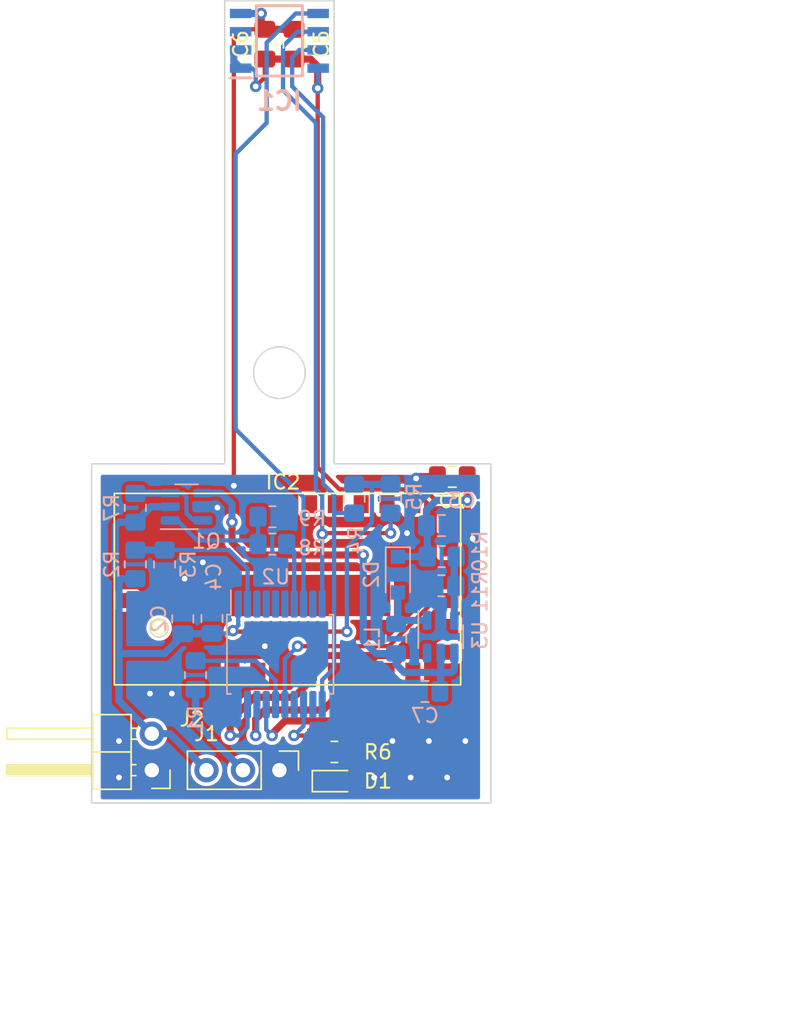
<source format=kicad_pcb>
(kicad_pcb (version 20211014) (generator pcbnew)
  (layers (0 "F.Cu" signal) (31 "B.Cu" signal) (34 "B.Paste" user) (35 "F.Paste" user) (36 "B.SilkS" user "B.Silkscreen") (37 "F.SilkS" user "F.Silkscreen") (38 "B.Mask" user) (39 "F.Mask" user) (44 "Edge.Cuts" user))
  (net 0 "")
  (net 1 "GND")
  (net 2 "VCC")
  (net 3 "Net-(IC1-Pad7)")
  (net 4 "Net-(IC1-Pad6)")
  (net 5 "Net-(J1-Pad2)")
  (net 6 "Net-(D1-Pad2)")
  (net 7 "Net-(R1-Pad1)")
  (net 8 "Net-(C7-Pad2)")
  (net 9 "Net-(C1-Pad1)")
  (net 11 "Net-(R8-Pad1)")
  (net 14 "Net-(Q1-Pad1)")
  (net 15 "Net-(Q1-Pad3)")
  (net 16 "Net-(D2-Pad2)")
  (net 17 "Net-(R2-Pad1)")
  (net 18 "Net-(R10-Pad1)")
  (net 19 "Net-(U2-Pad17)")
  (net 21 "Net-(U2-Pad18)")
  (net 27 "Net-(U2-Pad19)")
  (net 30 "Net-(IC1-Pad5)")
  (net 34 "Net-(U2-Pad15)")
  (net 41 "Net-(U2-Pad13)")
  (footprint "Connector_PinHeader_2.54mm:PinHeader_1x03_P2.54mm_Vertical" (layer "F.Cu") (at 126.746 89.662 -90)
    (fp_text reference "J1" (at -2.54 5.08 -180) (layer "F.SilkS"))
    (fp_text value "UDPI")
    (fp_line (start -1.33 6.41) (end 1.33 6.41) (layer "F.SilkS") (width 0.12))
    (fp_line (start -1.33 1.27) (end -1.33 6.41) (layer "F.SilkS") (width 0.12))
    (fp_line (start -1.33 -1.33) (end 0 -1.33) (layer "F.SilkS") (width 0.12))
    (fp_line (start -1.33 0) (end -1.33 -1.33) (layer "F.SilkS") (width 0.12))
    (fp_line (start 1.33 1.27) (end 1.33 6.41) (layer "F.SilkS") (width 0.12))
    (fp_line (start -1.33 1.27) (end 1.33 1.27) (layer "F.SilkS") (width 0.12))
    (pad "1" thru_hole rect (at 0 0 270) (size 1.7 1.7) (drill 1) (layers *.Cu *.Mask) (net 1 "GND"))
    (pad "2" thru_hole oval (at 0 2.54 270) (size 1.7 1.7) (drill 1) (layers *.Cu *.Mask) (net 5 "Net-(J1-Pad2)"))
    (pad "3" thru_hole oval (at 0 5.08 270) (size 1.7 1.7) (drill 1) (layers *.Cu *.Mask) (net 2 "VCC"))
  )
  (footprint "Connector_PinHeader_2.54mm:PinHeader_1x02_P2.54mm_Horizontal" (layer "F.Cu") (at 117.856 89.662 180)
    (fp_text reference "J2" (at -2.794 3.556) (layer "F.SilkS"))
    (fp_text value "Battery")
    (fp_line (start 1.44 -1.33) (end 1.44 3.87) (layer "F.SilkS") (width 0.12))
    (fp_line (start 4.1 3.87) (end 4.1 -1.33) (layer "F.SilkS") (width 0.12))
    (fp_line (start 10.1 2.16) (end 10.1 2.92) (layer "F.SilkS") (width 0.12))
    (fp_line (start -1.27 -1.27) (end 0 -1.27) (layer "F.SilkS") (width 0.12))
    (fp_line (start 1.11 0.38) (end 1.44 0.38) (layer "F.SilkS") (width 0.12))
    (fp_line (start 1.042929 2.16) (end 1.44 2.16) (layer "F.SilkS") (width 0.12))
    (fp_line (start 10.1 0.38) (end 4.1 0.38) (layer "F.SilkS") (width 0.12))
    (fp_line (start 4.1 -0.2) (end 10.1 -0.2) (layer "F.SilkS") (width 0.12))
    (fp_line (start 4.1 -0.08) (end 10.1 -0.08) (layer "F.SilkS") (width 0.12))
    (fp_line (start 4.1 2.16) (end 10.1 2.16) (layer "F.SilkS") (width 0.12))
    (fp_line (start 4.1 0.16) (end 10.1 0.16) (layer "F.SilkS") (width 0.12))
    (fp_line (start 10.1 2.92) (end 4.1 2.92) (layer "F.SilkS") (width 0.12))
    (fp_line (start 4.1 -0.32) (end 10.1 -0.32) (layer "F.SilkS") (width 0.12))
    (fp_line (start 4.1 -1.33) (end 1.44 -1.33) (layer "F.SilkS") (width 0.12))
    (fp_line (start 10.1 -0.38) (end 10.1 0.38) (layer "F.SilkS") (width 0.12))
    (fp_line (start 4.1 0.04) (end 10.1 0.04) (layer "F.SilkS") (width 0.12))
    (fp_line (start 1.11 -0.38) (end 1.44 -0.38) (layer "F.SilkS") (width 0.12))
    (fp_line (start -1.27 0) (end -1.27 -1.27) (layer "F.SilkS") (width 0.12))
    (fp_line (start 1.44 1.27) (end 4.1 1.27) (layer "F.SilkS") (width 0.12))
    (fp_line (start 4.1 0.28) (end 10.1 0.28) (layer "F.SilkS") (width 0.12))
    (fp_line (start 1.44 3.87) (end 4.1 3.87) (layer "F.SilkS") (width 0.12))
    (fp_line (start 1.042929 2.92) (end 1.44 2.92) (layer "F.SilkS") (width 0.12))
    (fp_line (start 4.1 -0.38) (end 10.1 -0.38) (layer "F.SilkS") (width 0.12))
    (pad "1" thru_hole rect (at 0 0 180) (size 1.7 1.7) (drill 1) (layers *.Cu *.Mask) (net 1 "GND"))
    (pad "2" thru_hole oval (at 0 2.54 180) (size 1.7 1.7) (drill 1) (layers *.Cu *.Mask) (net 2 "VCC"))
  )
  (footprint "Capacitor_SMD:C_0805_2012Metric_Pad1.18x1.45mm_HandSolder" (layer "F.Cu") (at 125.73 39.0945 90)
    (fp_text reference "C6" (at 0 -1.68 90) (layer "F.SilkS"))
    (fp_text value "10u")
    (fp_line (start -0.261252 0.735) (end 0.261252 0.735) (layer "F.SilkS") (width 0.12))
    (fp_line (start -0.261252 -0.735) (end 0.261252 -0.735) (layer "F.SilkS") (width 0.12))
    (pad "1" smd roundrect (at -1.0375 0 90) (size 1.175 1.45) (layers "F.Cu" "F.Paste" "F.Mask") (roundrect_rratio 0.2127659574) (net 9 "Net-(C1-Pad1)"))
    (pad "2" smd roundrect (at 1.0375 0 90) (size 1.175 1.45) (layers "F.Cu" "F.Paste" "F.Mask") (roundrect_rratio 0.2127659574) (net 1 "GND"))
  )
  (footprint "Capacitor_SMD:C_0805_2012Metric_Pad1.18x1.45mm_HandSolder" (layer "F.Cu") (at 127.762 39.0945 90)
    (fp_text reference "C5" (at 0 1.905 90) (layer "F.SilkS"))
    (fp_text value "100n")
    (fp_line (start -0.261252 -0.735) (end 0.261252 -0.735) (layer "F.SilkS") (width 0.12))
    (fp_line (start -0.261252 0.735) (end 0.261252 0.735) (layer "F.SilkS") (width 0.12))
    (pad "1" smd roundrect (at -1.0375 0 90) (size 1.175 1.45) (layers "F.Cu" "F.Paste" "F.Mask") (roundrect_rratio 0.2127659574) (net 9 "Net-(C1-Pad1)"))
    (pad "2" smd roundrect (at 1.0375 0 90) (size 1.175 1.45) (layers "F.Cu" "F.Paste" "F.Mask") (roundrect_rratio 0.2127659574) (net 1 "GND"))
  )
  (footprint "my_modules:WSG303" (layer "F.Cu") (at 115.244 83.718)
    (fp_text reference "IC2" (at 11.756 -14.122 unlocked) (layer "F.SilkS"))
    (fp_text value "WSG303M")
    (fp_line (start 24.13 0) (end 0 0) (layer "F.SilkS") (width 0.12))
    (fp_line (start 0 0) (end 0 -13.335) (layer "F.SilkS") (width 0.12))
    (fp_line (start 24.13 -13.335) (end 24.13 0) (layer "F.SilkS") (width 0.12))
    (fp_line (start 0 -13.335) (end 24.13 -13.335) (layer "F.SilkS") (width 0.12))
    (fp_circle (center 3.14 -4) (end 3.64 -4) (layer "F.SilkS") (width 0.12) (fill none))
    (pad "1" smd rect (at 4.6 -0.914) (size 1.05 1.25) (layers "F.Cu" "F.Paste" "F.Mask") (net 1 "GND"))
    (pad "2" smd rect (at 6.4 -0.914) (size 1.05 1.25) (layers "F.Cu" "F.Paste" "F.Mask") (net 1 "GND"))
    (pad "3" smd rect (at 8.2 -0.914) (size 1.05 1.25) (layers "F.Cu" "F.Paste" "F.Mask"))
    (pad "4" smd rect (at 10 -0.914) (size 1.05 1.25) (layers "F.Cu" "F.Paste" "F.Mask"))
    (pad "5" smd rect (at 11.8 -0.914) (size 1.05 1.25) (layers "F.Cu" "F.Paste" "F.Mask") (net 1 "GND"))
    (pad "6" smd rect (at 13.6 -0.914) (size 1.05 1.25) (layers "F.Cu" "F.Paste" "F.Mask") (net 27 "Net-(U2-Pad19)"))
    (pad "7" smd rect (at 15.4 -0.914) (size 1.05 1.25) (layers "F.Cu" "F.Paste" "F.Mask") (net 21 "Net-(U2-Pad18)"))
    (pad "8" smd rect (at 17.2 -0.914) (size 1.05 1.25) (layers "F.Cu" "F.Paste" "F.Mask") (net 19 "Net-(U2-Pad17)"))
    (pad "9" smd rect (at 19 -0.914) (size 1.05 1.25) (layers "F.Cu" "F.Paste" "F.Mask"))
    (pad "10" smd rect (at 20.8 -0.914) (size 1.05 1.25) (layers "F.Cu" "F.Paste" "F.Mask"))
    (pad "11" smd rect (at 23.346 -2.27 90) (size 1.05 1.25) (layers "F.Cu" "F.Paste" "F.Mask"))
    (pad "12" smd rect (at 23.346 -4.07 90) (size 1.05 1.25) (layers "F.Cu" "F.Paste" "F.Mask"))
    (pad "13" smd rect (at 23.346 -5.87 90) (size 1.05 1.25) (layers "F.Cu" "F.Paste" "F.Mask") (net 34 "Net-(U2-Pad15)"))
    (pad "14" smd rect (at 23.346 -7.67 90) (size 1.05 1.25) (layers "F.Cu" "F.Paste" "F.Mask") (net 1 "GND"))
    (pad "15" smd rect (at 23.346 -9.47 90) (size 1.05 1.25) (layers "F.Cu" "F.Paste" "F.Mask") (net 9 "Net-(C1-Pad1)"))
    (pad "16" smd rect (at 23.346 -11.27 90) (size 1.05 1.25) (layers "F.Cu" "F.Paste" "F.Mask") (net 9 "Net-(C1-Pad1)"))
    (pad "17" smd rect (at 20.8 -12.586 180) (size 1.05 1.25) (layers "F.Cu" "F.Paste" "F.Mask"))
    (pad "18" smd rect (at 19 -12.586 180) (size 1.05 1.25) (layers "F.Cu" "F.Paste" "F.Mask"))
    (pad "19" smd rect (at 17.2 -12.586 180) (size 1.05 1.25) (layers "F.Cu" "F.Paste" "F.Mask"))
    (pad "20" smd rect (at 15.4 -12.586 180) (size 1.05 1.25) (layers "F.Cu" "F.Paste" "F.Mask"))
    (pad "21" smd rect (at 13.6 -12.586 180) (size 1.05 1.25) (layers "F.Cu" "F.Paste" "F.Mask"))
    (pad "22" smd rect (at 11.8 -12.586 180) (size 1.05 1.25) (layers "F.Cu" "F.Paste" "F.Mask") (net 1 "GND"))
    (pad "23" smd rect (at 10 -12.586 180) (size 1.05 1.25) (layers "F.Cu" "F.Paste" "F.Mask") (net 1 "GND"))
    (pad "24" smd rect (at 8.2 -12.586 180) (size 1.05 1.25) (layers "F.Cu" "F.Paste" "F.Mask") (net 1 "GND"))
    (pad "25" smd rect (at 6.4 -12.586 180) (size 1.05 1.25) (layers "F.Cu" "F.Paste" "F.Mask") (net 1 "GND"))
    (pad "26" smd rect (at 4.6 -12.586 180) (size 1.05 1.25) (layers "F.Cu" "F.Paste" "F.Mask") (net 1 "GND"))
    (pad "27" smd rect (at 2.8 -12.586 180) (size 1.05 1.25) (layers "F.Cu" "F.Paste" "F.Mask") (net 1 "GND"))
    (pad "28" smd rect (at 0.914 -11.27 270) (size 1.05 1.25) (layers "F.Cu" "F.Paste" "F.Mask") (net 1 "GND"))
    (pad "29" smd rect (at 0.914 -9.47 270) (size 1.05 1.25) (layers "F.Cu" "F.Paste" "F.Mask") (net 1 "GND"))
    (pad "30" smd rect (at 0.914 -7.67 270) (size 1.05 1.25) (layers "F.Cu" "F.Paste" "F.Mask") (net 1 "GND"))
    (pad "31" smd rect (at 0.914 -5.87 270) (size 1.05 1.25) (layers "F.Cu" "F.Paste" "F.Mask"))
    (pad "32" smd rect (at 0.914 -2.27 270) (size 1.05 1.25) (layers "F.Cu" "F.Paste" "F.Mask") (net 1 "GND"))
    (pad "33" smd rect (at 2.8 -0.914) (size 1.05 1.25) (layers "F.Cu" "F.Paste" "F.Mask") (net 1 "GND"))
    (pad "34" smd rect (at 12.827 -6.223 270) (size 2.88 12.8) (layers "F.Cu" "F.Paste" "F.Mask"))
  )
  (footprint "Capacitor_SMD:C_0805_2012Metric_Pad1.18x1.45mm_HandSolder" (layer "F.Cu") (at 138.7895 69.215 180)
    (fp_text reference "C1" (at 0 -1.68) (layer "F.SilkS"))
    (fp_text value "100n")
    (fp_line (start -0.261252 -0.735) (end 0.261252 -0.735) (layer "F.SilkS") (width 0.12))
    (fp_line (start -0.261252 0.735) (end 0.261252 0.735) (layer "F.SilkS") (width 0.12))
    (pad "1" smd roundrect (at -1.0375 0 180) (size 1.175 1.45) (layers "F.Cu" "F.Paste" "F.Mask") (roundrect_rratio 0.2127659574) (net 9 "Net-(C1-Pad1)"))
    (pad "2" smd roundrect (at 1.0375 0 180) (size 1.175 1.45) (layers "F.Cu" "F.Paste" "F.Mask") (roundrect_rratio 0.2127659574) (net 1 "GND"))
  )
  (footprint "LED_SMD:LED_0603_1608Metric_Pad1.05x0.95mm_HandSolder" (layer "F.Cu") (at 130.697 90.424)
    (fp_text reference "D1" (at 2.907 0) (layer "F.SilkS"))
    (fp_text value "LED_Small")
    (fp_line (start -1.66 -0.735) (end -1.66 0.735) (layer "F.SilkS") (width 0.12))
    (fp_line (start -1.66 0.735) (end 0.8 0.735) (layer "F.SilkS") (width 0.12))
    (fp_line (start 0.8 -0.735) (end -1.66 -0.735) (layer "F.SilkS") (width 0.12))
    (pad "1" smd roundrect (at -0.875 0) (size 1.05 0.95) (layers "F.Cu" "F.Paste" "F.Mask") (net 1 "GND"))
    (pad "2" smd roundrect (at 0.875 0) (size 1.05 0.95) (layers "F.Cu" "F.Paste" "F.Mask") (net 6 "Net-(D1-Pad2)"))
  )
  (footprint "Resistor_SMD:R_0805_2012Metric_Pad1.20x1.40mm_HandSolder" (layer "F.Cu") (at 130.572 88.392)
    (fp_text reference "R6" (at 3.032 0) (layer "F.SilkS"))
    (fp_text value "330")
    (fp_line (start -0.227064 0.735) (end 0.227064 0.735) (layer "F.SilkS") (width 0.12))
    (fp_line (start -0.227064 -0.735) (end 0.227064 -0.735) (layer "F.SilkS") (width 0.12))
    (pad "1" smd roundrect (at -1 0) (size 1.2 1.4) (layers "F.Cu" "F.Paste" "F.Mask") (roundrect_rratio 0.2083333333) (net 41 "Net-(U2-Pad13)"))
    (pad "2" smd roundrect (at 1 0) (size 1.2 1.4) (layers "F.Cu" "F.Paste" "F.Mask") (roundrect_rratio 0.2083333333) (net 6 "Net-(D1-Pad2)"))
  )
  (footprint "Diode_SMD:D_SOD-323_HandSoldering" (layer "B.Cu") (at 135.001 76.035 -90)
    (fp_text reference "D2" (at 0 1.85 -270) (layer "B.SilkS") (effects (justify mirror)))
    (fp_text value "SD103")
    (fp_line (start -1.9 0.85) (end -1.9 -0.85) (layer "B.SilkS") (width 0.12))
    (fp_line (start -1.9 -0.85) (end 1.25 -0.85) (layer "B.SilkS") (width 0.12))
    (fp_line (start -1.9 0.85) (end 1.25 0.85) (layer "B.SilkS") (width 0.12))
    (pad "1" smd rect (at -1.25 0 270) (size 1 1) (layers "B.Cu" "B.Paste" "B.Mask") (net 9 "Net-(C1-Pad1)"))
    (pad "2" smd rect (at 1.25 0 270) (size 1 1) (layers "B.Cu" "B.Paste" "B.Mask") (net 16 "Net-(D2-Pad2)"))
  )
  (footprint "Package_TO_SOT_SMD:SOT-23-6" (layer "B.Cu") (at 137.983 80.3675 -90)
    (fp_text reference "U3" (at -0.1035 -2.733 -270) (layer "B.SilkS") (effects (justify mirror)))
    (fp_text value "MT3608")
    (fp_line (start 0 1.56) (end -1.8 1.56) (layer "B.SilkS") (width 0.12))
    (fp_line (start 0 1.56) (end 0.8 1.56) (layer "B.SilkS") (width 0.12))
    (fp_line (start 0 -1.56) (end -0.8 -1.56) (layer "B.SilkS") (width 0.12))
    (fp_line (start 0 -1.56) (end 0.8 -1.56) (layer "B.SilkS") (width 0.12))
    (pad "1" smd roundrect (at -1.1375 0.95 270) (size 1.325 0.6) (layers "B.Cu" "B.Paste" "B.Mask") (net 16 "Net-(D2-Pad2)"))
    (pad "2" smd roundrect (at -1.1375 0 270) (size 1.325 0.6) (layers "B.Cu" "B.Paste" "B.Mask") (net 1 "GND"))
    (pad "3" smd roundrect (at -1.1375 -0.95 270) (size 1.325 0.6) (layers "B.Cu" "B.Paste" "B.Mask") (net 18 "Net-(R10-Pad1)"))
    (pad "4" smd roundrect (at 1.1375 -0.95 270) (size 1.325 0.6) (layers "B.Cu" "B.Paste" "B.Mask") (net 8 "Net-(C7-Pad2)"))
    (pad "5" smd roundrect (at 1.1375 0 270) (size 1.325 0.6) (layers "B.Cu" "B.Paste" "B.Mask") (net 8 "Net-(C7-Pad2)"))
    (pad "6" smd roundrect (at 1.1375 0.95 270) (size 1.325 0.6) (layers "B.Cu" "B.Paste" "B.Mask"))
  )
  (footprint "Resistor_SMD:R_0805_2012Metric_Pad1.20x1.40mm_HandSolder" (layer "B.Cu") (at 116.713 75.327 -90)
    (fp_text reference "R2" (at 0 1.65 90) (layer "B.SilkS") (effects (justify mirror)))
    (fp_text value "220k")
    (fp_line (start -0.227064 0.735) (end 0.227064 0.735) (layer "B.SilkS") (width 0.12))
    (fp_line (start -0.227064 -0.735) (end 0.227064 -0.735) (layer "B.SilkS") (width 0.12))
    (pad "1" smd roundrect (at -1 0 270) (size 1.2 1.4) (layers "B.Cu" "B.Paste" "B.Mask") (roundrect_rratio 0.2083333333) (net 17 "Net-(R2-Pad1)"))
    (pad "2" smd roundrect (at 1 0 270) (size 1.2 1.4) (layers "B.Cu" "B.Paste" "B.Mask") (roundrect_rratio 0.2083333333) (net 2 "VCC"))
  )
  (footprint "Resistor_SMD:R_0805_2012Metric_Pad1.20x1.40mm_HandSolder" (layer "B.Cu") (at 126.254 72.009)
    (fp_text reference "R9" (at 2.778 0.127) (layer "B.SilkS") (effects (justify mirror)))
    (fp_text value "100k")
    (fp_line (start -0.227064 0.735) (end 0.227064 0.735) (layer "B.SilkS") (width 0.12))
    (fp_line (start -0.227064 -0.735) (end 0.227064 -0.735) (layer "B.SilkS") (width 0.12))
    (pad "1" smd roundrect (at -1 0) (size 1.2 1.4) (layers "B.Cu" "B.Paste" "B.Mask") (roundrect_rratio 0.2083333333) (net 14 "Net-(Q1-Pad1)"))
    (pad "2" smd roundrect (at 1 0) (size 1.2 1.4) (layers "B.Cu" "B.Paste" "B.Mask") (roundrect_rratio 0.2083333333) (net 1 "GND"))
  )
  (footprint "Resistor_SMD:R_0805_2012Metric_Pad1.20x1.40mm_HandSolder" (layer "B.Cu") (at 138.049 74.785 180)
    (fp_text reference "R10" (at -2.667 0.363 90) (layer "B.SilkS") (effects (justify mirror)))
    (fp_text value "10k")
    (fp_line (start -0.227064 -0.735) (end 0.227064 -0.735) (layer "B.SilkS") (width 0.12))
    (fp_line (start -0.227064 0.735) (end 0.227064 0.735) (layer "B.SilkS") (width 0.12))
    (pad "1" smd roundrect (at -1 0 180) (size 1.2 1.4) (layers "B.Cu" "B.Paste" "B.Mask") (roundrect_rratio 0.2083333333) (net 18 "Net-(R10-Pad1)"))
    (pad "2" smd roundrect (at 1 0 180) (size 1.2 1.4) (layers "B.Cu" "B.Paste" "B.Mask") (roundrect_rratio 0.2083333333) (net 9 "Net-(C1-Pad1)"))
  )
  (footprint "AS5600-ASOM:SOIC127P600X175-8N" (layer "B.Cu") (at 126.746 38.862)
    (fp_text reference "IC1" (at 0 4.191) (layer "B.SilkS") (effects (font (size 1.27 1.27) (thickness 0.254)) (justify mirror)))
    (fp_text value "AS5600-ASOM" hide)
    (fp_line (start -1.6 -2.45) (end -1.6 2.45) (layer "B.SilkS") (width 0.2))
    (fp_line (start 1.6 -2.45) (end -1.6 -2.45) (layer "B.SilkS") (width 0.2))
    (fp_line (start 1.6 2.45) (end 1.6 -2.45) (layer "B.SilkS") (width 0.2))
    (fp_line (start -1.6 2.45) (end 1.6 2.45) (layer "B.SilkS") (width 0.2))
    (fp_line (start -3.45 2.58) (end -1.95 2.58) (layer "B.SilkS") (width 0.2))
    (pad "1" smd rect (at -2.7 1.905 270) (size 0.65 1.5) (layers "B.Cu" "B.Paste" "B.Mask") (net 9 "Net-(C1-Pad1)"))
    (pad "2" smd rect (at -2.7 0.635 270) (size 0.65 1.5) (layers "B.Cu" "B.Paste" "B.Mask") (net 9 "Net-(C1-Pad1)"))
    (pad "3" smd rect (at -2.7 -0.635 270) (size 0.65 1.5) (layers "B.Cu" "B.Paste" "B.Mask"))
    (pad "4" smd rect (at -2.7 -1.905 270) (size 0.65 1.5) (layers "B.Cu" "B.Paste" "B.Mask") (net 1 "GND"))
    (pad "5" smd rect (at 2.7 -1.905 270) (size 0.65 1.5) (layers "B.Cu" "B.Paste" "B.Mask") (net 30 "Net-(IC1-Pad5)"))
    (pad "6" smd rect (at 2.7 -0.635 270) (size 0.65 1.5) (layers "B.Cu" "B.Paste" "B.Mask") (net 4 "Net-(IC1-Pad6)"))
    (pad "7" smd rect (at 2.7 0.635 270) (size 0.65 1.5) (layers "B.Cu" "B.Paste" "B.Mask") (net 3 "Net-(IC1-Pad7)"))
    (pad "8" smd rect (at 2.7 1.905 270) (size 0.65 1.5) (layers "B.Cu" "B.Paste" "B.Mask") (net 9 "Net-(C1-Pad1)"))
  )
  (footprint "Package_TO_SOT_SMD:TSOT-23-6" (layer "B.Cu") (at 120.2745 71.313)
    (fp_text reference "Q1" (at 1.3915 2.4) (layer "B.SilkS") (effects (justify mirror)))
    (fp_text value "DMC2053UVT")
    (fp_line (start 0 1.56) (end -1.8 1.56) (layer "B.SilkS") (width 0.12))
    (fp_line (start 0 1.56) (end 0.8 1.56) (layer "B.SilkS") (width 0.12))
    (fp_line (start 0 -1.56) (end 0.8 -1.56) (layer "B.SilkS") (width 0.12))
    (fp_line (start 0 -1.56) (end -0.8 -1.56) (layer "B.SilkS") (width 0.12))
    (pad "1" smd roundrect (at -1.1375 0.95) (size 1.325 0.6) (layers "B.Cu" "B.Paste" "B.Mask") (net 14 "Net-(Q1-Pad1)"))
    (pad "2" smd roundrect (at -1.1375 0) (size 1.325 0.6) (layers "B.Cu" "B.Paste" "B.Mask") (net 2 "VCC"))
    (pad "3" smd roundrect (at -1.1375 -0.95) (size 1.325 0.6) (layers "B.Cu" "B.Paste" "B.Mask") (net 15 "Net-(Q1-Pad3)"))
    (pad "4" smd roundrect (at 1.1375 -0.95) (size 1.325 0.6) (layers "B.Cu" "B.Paste" "B.Mask") (net 8 "Net-(C7-Pad2)"))
    (pad "5" smd roundrect (at 1.1375 0) (size 1.325 0.6) (layers "B.Cu" "B.Paste" "B.Mask") (net 1 "GND"))
    (pad "6" smd roundrect (at 1.1375 0.95) (size 1.325 0.6) (layers "B.Cu" "B.Paste" "B.Mask") (net 15 "Net-(Q1-Pad3)"))
  )
  (footprint "Capacitor_SMD:C_0805_2012Metric_Pad1.18x1.45mm_HandSolder" (layer "B.Cu") (at 136.8845 84.183)
    (fp_text reference "C7" (at 0 1.68) (layer "B.SilkS") (effects (justify mirror)))
    (fp_text value "22u")
    (fp_line (start -0.261252 -0.735) (end 0.261252 -0.735) (layer "B.SilkS") (width 0.12))
    (fp_line (start -0.261252 0.735) (end 0.261252 0.735) (layer "B.SilkS") (width 0.12))
    (pad "1" smd roundrect (at -1.0375 0) (size 1.175 1.45) (layers "B.Cu" "B.Paste" "B.Mask") (roundrect_rratio 0.2127659574) (net 1 "GND"))
    (pad "2" smd roundrect (at 1.0375 0) (size 1.175 1.45) (layers "B.Cu" "B.Paste" "B.Mask") (roundrect_rratio 0.2127659574) (net 8 "Net-(C7-Pad2)"))
  )
  (footprint "Capacitor_SMD:C_0805_2012Metric_Pad1.18x1.45mm_HandSolder" (layer "B.Cu") (at 122.047 79.0995 -90)
    (fp_text reference "C4" (at -2.8995 -0.127 90) (layer "B.SilkS") (effects (justify mirror)))
    (fp_text value "10u")
    (fp_line (start -0.261252 -0.735) (end 0.261252 -0.735) (layer "B.SilkS") (width 0.12))
    (fp_line (start -0.261252 0.735) (end 0.261252 0.735) (layer "B.SilkS") (width 0.12))
    (pad "1" smd roundrect (at -1.0375 0 270) (size 1.175 1.45) (layers "B.Cu" "B.Paste" "B.Mask") (roundrect_rratio 0.2127659574) (net 1 "GND"))
    (pad "2" smd roundrect (at 1.0375 0 270) (size 1.175 1.45) (layers "B.Cu" "B.Paste" "B.Mask") (roundrect_rratio 0.2127659574) (net 2 "VCC"))
  )
  (footprint "Capacitor_SMD:C_0805_2012Metric_Pad1.18x1.45mm_HandSolder" (layer "B.Cu") (at 138.0275 72.626 180)
    (fp_text reference "C3" (at -1.4185 1.76) (layer "B.SilkS") (effects (justify mirror)))
    (fp_text value "22u")
    (fp_line (start -0.261252 0.735) (end 0.261252 0.735) (layer "B.SilkS") (width 0.12))
    (fp_line (start -0.261252 -0.735) (end 0.261252 -0.735) (layer "B.SilkS") (width 0.12))
    (pad "1" smd roundrect (at -1.0375 0 180) (size 1.175 1.45) (layers "B.Cu" "B.Paste" "B.Mask") (roundrect_rratio 0.2127659574) (net 1 "GND"))
    (pad "2" smd roundrect (at 1.0375 0 180) (size 1.175 1.45) (layers "B.Cu" "B.Paste" "B.Mask") (roundrect_rratio 0.2127659574) (net 9 "Net-(C1-Pad1)"))
  )
  (footprint "Resistor_SMD:R_0805_2012Metric_Pad1.20x1.40mm_HandSolder" (layer "B.Cu") (at 120.904 83.042 -90)
    (fp_text reference "R1" (at 3.064 0 -270) (layer "B.SilkS") (effects (justify mirror)))
    (fp_text value "470")
    (fp_line (start -0.227064 0.735) (end 0.227064 0.735) (layer "B.SilkS") (width 0.12))
    (fp_line (start -0.227064 -0.735) (end 0.227064 -0.735) (layer "B.SilkS") (width 0.12))
    (pad "1" smd roundrect (at -1 0 270) (size 1.2 1.4) (layers "B.Cu" "B.Paste" "B.Mask") (roundrect_rratio 0.2083333333) (net 7 "Net-(R1-Pad1)"))
    (pad "2" smd roundrect (at 1 0 270) (size 1.2 1.4) (layers "B.Cu" "B.Paste" "B.Mask") (roundrect_rratio 0.2083333333) (net 5 "Net-(J1-Pad2)"))
  )
  (footprint "Resistor_SMD:R_0805_2012Metric_Pad1.20x1.40mm_HandSolder" (layer "B.Cu") (at 126.254 73.914 180)
    (fp_text reference "R8" (at -2.778 -0.254) (layer "B.SilkS") (effects (justify mirror)))
    (fp_text value "470")
    (fp_line (start -0.227064 -0.735) (end 0.227064 -0.735) (layer "B.SilkS") (width 0.12))
    (fp_line (start -0.227064 0.735) (end 0.227064 0.735) (layer "B.SilkS") (width 0.12))
    (pad "1" smd roundrect (at -1 0 180) (size 1.2 1.4) (layers "B.Cu" "B.Paste" "B.Mask") (roundrect_rratio 0.2083333333) (net 11 "Net-(R8-Pad1)"))
    (pad "2" smd roundrect (at 1 0 180) (size 1.2 1.4) (layers "B.Cu" "B.Paste" "B.Mask") (roundrect_rratio 0.2083333333) (net 14 "Net-(Q1-Pad1)"))
  )
  (footprint "Resistor_SMD:R_0805_2012Metric_Pad1.20x1.40mm_HandSolder" (layer "B.Cu") (at 134.493 70.755 90)
    (fp_text reference "R5" (at 0.143 1.651 90) (layer "B.SilkS") (effects (justify mirror)))
    (fp_text value "2.2k")
    (fp_line (start -0.227064 0.735) (end 0.227064 0.735) (layer "B.SilkS") (width 0.12))
    (fp_line (start -0.227064 -0.735) (end 0.227064 -0.735) (layer "B.SilkS") (width 0.12))
    (pad "1" smd roundrect (at -1 0 90) (size 1.2 1.4) (layers "B.Cu" "B.Paste" "B.Mask") (roundrect_rratio 0.2083333333) (net 4 "Net-(IC1-Pad6)"))
    (pad "2" smd roundrect (at 1 0 90) (size 1.2 1.4) (layers "B.Cu" "B.Paste" "B.Mask") (roundrect_rratio 0.2083333333) (net 2 "VCC"))
  )
  (footprint "Resistor_SMD:R_0805_2012Metric_Pad1.20x1.40mm_HandSolder" (layer "B.Cu") (at 118.745 75.327 90)
    (fp_text reference "R3" (at 0 1.65 90) (layer "B.SilkS") (effects (justify mirror)))
    (fp_text value "100k")
    (fp_line (start -0.227064 0.735) (end 0.227064 0.735) (layer "B.SilkS") (width 0.12))
    (fp_line (start -0.227064 -0.735) (end 0.227064 -0.735) (layer "B.SilkS") (width 0.12))
    (pad "1" smd roundrect (at -1 0 90) (size 1.2 1.4) (layers "B.Cu" "B.Paste" "B.Mask") (roundrect_rratio 0.2083333333) (net 1 "GND"))
    (pad "2" smd roundrect (at 1 0 90) (size 1.2 1.4) (layers "B.Cu" "B.Paste" "B.Mask") (roundrect_rratio 0.2083333333) (net 17 "Net-(R2-Pad1)"))
  )
  (footprint "Resistor_SMD:R_0805_2012Metric_Pad1.20x1.40mm_HandSolder" (layer "B.Cu") (at 116.713 71.39 90)
    (fp_text reference "R7" (at 0 -1.651 90) (layer "B.SilkS") (effects (justify mirror)))
    (fp_text value "10k")
    (fp_line (start -0.227064 0.735) (end 0.227064 0.735) (layer "B.SilkS") (width 0.12))
    (fp_line (start -0.227064 -0.735) (end 0.227064 -0.735) (layer "B.SilkS") (width 0.12))
    (pad "1" smd roundrect (at -1 0 90) (size 1.2 1.4) (layers "B.Cu" "B.Paste" "B.Mask") (roundrect_rratio 0.2083333333) (net 2 "VCC"))
    (pad "2" smd roundrect (at 1 0 90) (size 1.2 1.4) (layers "B.Cu" "B.Paste" "B.Mask") (roundrect_rratio 0.2083333333) (net 15 "Net-(Q1-Pad3)"))
  )
  (footprint "Resistor_SMD:R_0805_2012Metric_Pad1.20x1.40mm_HandSolder" (layer "B.Cu") (at 131.953 70.755 90)
    (fp_text reference "R4" (at -2.905 0.127 90) (layer "B.SilkS") (effects (justify mirror)))
    (fp_text value "2.2k")
    (fp_line (start -0.227064 0.735) (end 0.227064 0.735) (layer "B.SilkS") (width 0.12))
    (fp_line (start -0.227064 -0.735) (end 0.227064 -0.735) (layer "B.SilkS") (width 0.12))
    (pad "1" smd roundrect (at -1 0 90) (size 1.2 1.4) (layers "B.Cu" "B.Paste" "B.Mask") (roundrect_rratio 0.2083333333) (net 3 "Net-(IC1-Pad7)"))
    (pad "2" smd roundrect (at 1 0 90) (size 1.2 1.4) (layers "B.Cu" "B.Paste" "B.Mask") (roundrect_rratio 0.2083333333) (net 2 "VCC"))
  )
  (footprint "Package_SO:SSOP-20_5.3x7.2mm_P0.65mm" (layer "B.Cu") (at 126.802 81.59 -90)
    (fp_text reference "U2" (at -5.39 0.31 180) (layer "B.SilkS") (effects (justify mirror)))
    (fp_text value "ATtiny826-X")
    (fp_line (start 2.76 3.71) (end 2.76 3.435) (layer "B.SilkS") (width 0.12))
    (fp_line (start 0 -3.71) (end -2.76 -3.71) (layer "B.SilkS") (width 0.12))
    (fp_line (start 0 -3.71) (end 2.76 -3.71) (layer "B.SilkS") (width 0.12))
    (fp_line (start 0 3.71) (end 2.76 3.71) (layer "B.SilkS") (width 0.12))
    (fp_line (start -2.76 3.435) (end -4.45 3.435) (layer "B.SilkS") (width 0.12))
    (fp_line (start -2.76 -3.71) (end -2.76 -3.435) (layer "B.SilkS") (width 0.12))
    (fp_line (start -2.76 3.71) (end -2.76 3.435) (layer "B.SilkS") (width 0.12))
    (fp_line (start 2.76 -3.71) (end 2.76 -3.435) (layer "B.SilkS") (width 0.12))
    (fp_line (start 0 3.71) (end -2.76 3.71) (layer "B.SilkS") (width 0.12))
    (pad "1" smd roundrect (at -3.5 2.925 270) (size 1.9 0.5) (layers "B.Cu" "B.Paste" "B.Mask") (net 2 "VCC"))
    (pad "2" smd roundrect (at -3.5 2.275 270) (size 1.9 0.5) (layers "B.Cu" "B.Paste" "B.Mask") (net 17 "Net-(R2-Pad1)"))
    (pad "3" smd roundrect (at -3.5 1.625 270) (size 1.9 0.5) (layers "B.Cu" "B.Paste" "B.Mask"))
    (pad "4" smd roundrect (at -3.5 0.975 270) (size 1.9 0.5) (layers "B.Cu" "B.Paste" "B.Mask"))
    (pad "5" smd roundrect (at -3.5 0.325 270) (size 1.9 0.5) (layers "B.Cu" "B.Paste" "B.Mask"))
    (pad "6" smd roundrect (at -3.5 -0.325 270) (size 1.9 0.5) (layers "B.Cu" "B.Paste" "B.Mask"))
    (pad "7" smd roundrect (at -3.5 -0.975 270) (size 1.9 0.5) (layers "B.Cu" "B.Paste" "B.Mask") (net 11 "Net-(R8-Pad1)"))
    (pad "8" smd roundrect (at -3.5 -1.625 270) (size 1.9 0.5) (layers "B.Cu" "B.Paste" "B.Mask") (net 30 "Net-(IC1-Pad5)"))
    (pad "9" smd roundrect (at -3.5 -2.275 270) (size 1.9 0.5) (layers "B.Cu" "B.Paste" "B.Mask"))
    (pad "10" smd roundrect (at -3.5 -2.925 270) (size 1.9 0.5) (layers "B.Cu" "B.Paste" "B.Mask") (net 4 "Net-(IC1-Pad6)"))
    (pad "11" smd roundrect (at 3.5 -2.925 270) (size 1.9 0.5) (layers "B.Cu" "B.Paste" "B.Mask") (net 3 "Net-(IC1-Pad7)"))
    (pad "12" smd roundrect (at 3.5 -2.275 270) (size 1.9 0.5) (layers "B.Cu" "B.Paste" "B.Mask"))
    (pad "13" smd roundrect (at 3.5 -1.625 270) (size 1.9 0.5) (layers "B.Cu" "B.Paste" "B.Mask") (net 41 "Net-(U2-Pad13)"))
    (pad "14" smd roundrect (at 3.5 -0.975 270) (size 1.9 0.5) (layers "B.Cu" "B.Paste" "B.Mask"))
    (pad "15" smd roundrect (at 3.5 -0.325 270) (size 1.9 0.5) (layers "B.Cu" "B.Paste" "B.Mask") (net 34 "Net-(U2-Pad15)"))
    (pad "16" smd roundrect (at 3.5 0.325 270) (size 1.9 0.5) (layers "B.Cu" "B.Paste" "B.Mask") (net 7 "Net-(R1-Pad1)"))
    (pad "17" smd roundrect (at 3.5 0.975 270) (size 1.9 0.5) (layers "B.Cu" "B.Paste" "B.Mask") (net 19 "Net-(U2-Pad17)"))
    (pad "18" smd roundrect (at 3.5 1.625 270) (size 1.9 0.5) (layers "B.Cu" "B.Paste" "B.Mask") (net 21 "Net-(U2-Pad18)"))
    (pad "19" smd roundrect (at 3.5 2.275 270) (size 1.9 0.5) (layers "B.Cu" "B.Paste" "B.Mask") (net 27 "Net-(U2-Pad19)"))
    (pad "20" smd roundrect (at 3.5 2.925 270) (size 1.9 0.5) (layers "B.Cu" "B.Paste" "B.Mask") (net 1 "GND"))
  )
  (footprint "Inductor_SMD:L_0805_2012Metric_Pad1.15x1.40mm_HandSolder" (layer "B.Cu") (at 134.874 80.509 -90)
    (fp_text reference "L1" (at 0 1.65 -270) (layer "B.SilkS") (effects (justify mirror)))
    (fp_text value "4.7u")
    (fp_line (start -0.261252 -0.71) (end 0.261252 -0.71) (layer "B.SilkS") (width 0.12))
    (fp_line (start -0.261252 0.71) (end 0.261252 0.71) (layer "B.SilkS") (width 0.12))
    (pad "1" smd roundrect (at -1.025 0 270) (size 1.15 1.4) (layers "B.Cu" "B.Paste" "B.Mask") (roundrect_rratio 0.2173913043) (net 16 "Net-(D2-Pad2)"))
    (pad "2" smd roundrect (at 1.025 0 270) (size 1.15 1.4) (layers "B.Cu" "B.Paste" "B.Mask") (roundrect_rratio 0.2173913043) (net 8 "Net-(C7-Pad2)"))
  )
  (footprint "Resistor_SMD:R_0805_2012Metric_Pad1.20x1.40mm_HandSolder" (layer "B.Cu") (at 138.033 76.817)
    (fp_text reference "R11" (at 2.683 0.399 90) (layer "B.SilkS") (effects (justify mirror)))
    (fp_text value "2k")
    (fp_line (start -0.227064 -0.735) (end 0.227064 -0.735) (layer "B.SilkS") (width 0.12))
    (fp_line (start -0.227064 0.735) (end 0.227064 0.735) (layer "B.SilkS") (width 0.12))
    (pad "1" smd roundrect (at -1 0) (size 1.2 1.4) (layers "B.Cu" "B.Paste" "B.Mask") (roundrect_rratio 0.2083333333) (net 1 "GND"))
    (pad "2" smd roundrect (at 1 0) (size 1.2 1.4) (layers "B.Cu" "B.Paste" "B.Mask") (roundrect_rratio 0.2083333333) (net 18 "Net-(R10-Pad1)"))
  )
  (footprint "Capacitor_SMD:C_0805_2012Metric_Pad1.18x1.45mm_HandSolder" (layer "B.Cu") (at 120.015 79.121 -90)
    (fp_text reference "C2" (at 0 1.68 90) (layer "B.SilkS") (effects (justify mirror)))
    (fp_text value "100n")
    (fp_line (start -0.261252 0.735) (end 0.261252 0.735) (layer "B.SilkS") (width 0.12))
    (fp_line (start -0.261252 -0.735) (end 0.261252 -0.735) (layer "B.SilkS") (width 0.12))
    (pad "1" smd roundrect (at -1.0375 0 270) (size 1.175 1.45) (layers "B.Cu" "B.Paste" "B.Mask") (roundrect_rratio 0.2127659574) (net 1 "GND"))
    (pad "2" smd roundrect (at 1.0375 0 270) (size 1.175 1.45) (layers "B.Cu" "B.Paste" "B.Mask") (roundrect_rratio 0.2127659574) (net 2 "VCC"))
  )
  (gr_circle (center 118.364 79.756) (end 118.745 79.248) (layer "Edge.Cuts") (width 0.1) (fill none))
  (gr_line (start 134.366 68.326) (end 141.478 68.326) (layer "Edge.Cuts") (width 0.1))
  (gr_line (start 122.936 68.326) (end 118.618 68.326) (layer "Edge.Cuts") (width 0.1))
  (gr_line (start 141.478 82.804) (end 141.478 68.326) (layer "Edge.Cuts") (width 0.1))
  (gr_line (start 141.478 91.948) (end 113.665 91.948) (layer "Edge.Cuts") (width 0.1))
  (gr_circle (center 126.746 61.976) (end 127 60.198) (layer "Edge.Cuts") (width 0.1) (fill none))
  (gr_line (start 141.478 82.804) (end 141.478 91.948) (layer "Edge.Cuts") (width 0.1))
  (gr_line (start 130.556 36.068) (end 130.556 68.326) (layer "Edge.Cuts") (width 0.1))
  (gr_line (start 113.665 91.948) (end 113.665 68.326) (layer "Edge.Cuts") (width 0.1))
  (gr_line (start 122.936 36.068) (end 130.556 36.068) (layer "Edge.Cuts") (width 0.1))
  (gr_line (start 122.936 36.068) (end 122.936 68.326) (layer "Edge.Cuts") (width 0.1))
  (gr_line (start 113.665 68.326) (end 118.618 68.326) (layer "Edge.Cuts") (width 0.1))
  (gr_line (start 130.556 68.326) (end 134.366 68.326) (layer "Edge.Cuts") (width 0.1))
  (segment (start 123.571 38.735) (end 123.571 69.85) (width 0.3) (layer "F.Cu") (net 1))
  (segment (start 129.822 90.424) (end 127.508 90.424) (width 0.5) (layer "F.Cu") (net 1))
  (segment (start 125.73 38.057) (end 127.762 38.057) (width 0.5) (layer "F.Cu") (net 1))
  (segment (start 124.249 38.057) (end 123.571 38.735) (width 0.3) (layer "F.Cu") (net 1))
  (segment (start 127.508 90.424) (end 126.746 89.662) (width 0.5) (layer "F.Cu") (net 1))
  (segment (start 136.398 69.215) (end 136.271 69.342) (width 0.5) (layer "F.Cu") (net 1))
  (segment (start 125.476 36.957) (end 125.476 37.803) (width 0.5) (layer "F.Cu") (net 1))
  (segment (start 137.752 69.215) (end 136.398 69.215) (width 0.5) (layer "F.Cu") (net 1))
  (segment (start 125.73 38.057) (end 124.249 38.057) (width 0.3) (layer "F.Cu") (net 1))
  (segment (start 125.476 37.803) (end 125.73 38.057) (width 0.5) (layer "F.Cu") (net 1))
  (via (at 122.428 71.374) (size 0.8) (drill 0.4) (layers "F.Cu" "B.Cu") (net 1))
  (via (at 117.729 84.328) (size 0.8) (drill 0.4) (layers "F.Cu" "B.Cu") (net 1))
  (via (at 137.16 87.63) (size 0.8) (drill 0.4) (layers "F.Cu" "B.Cu") (net 1))
  (via (at 115.57 87.63) (size 0.8) (drill 0.4) (layers "F.Cu" "B.Cu") (net 1))
  (via (at 135.636 73.152) (size 0.8) (drill 0.4) (layers "F.Cu" "B.Cu") (net 1))
  (via (at 125.73 81.026) (size 0.8) (drill 0.4) (layers "F.Cu" "B.Cu") (net 1))
  (via (at 134.62 87.63) (size 0.8) (drill 0.4) (layers "F.Cu" "B.Cu") (net 1))
  (via (at 125.476 36.957) (size 0.8) (drill 0.4) (layers "F.Cu" "B.Cu") (net 1))
  (via (at 136.271 69.342) (size 0.8) (drill 0.4) (layers "F.Cu" "B.Cu") (net 1))
  (via (at 115.57 90.17) (size 0.8) (drill 0.4) (layers "F.Cu" "B.Cu") (net 1))
  (via (at 138.43 90.17) (size 0.8) (drill 0.4) (layers "F.Cu" "B.Cu") (net 1))
  (via (at 119.253 84.328) (size 0.8) (drill 0.4) (layers "F.Cu" "B.Cu") (net 1))
  (via (at 133.35 90.17) (size 0.8) (drill 0.4) (layers "F.Cu" "B.Cu") (net 1))
  (via (at 120.142 76.327) (size 0.8) (drill 0.4) (layers "F.Cu" "B.Cu") (net 1))
  (via (at 121.412 75.184) (size 0.8) (drill 0.4) (layers "F.Cu" "B.Cu") (net 1))
  (via (at 135.89 90.17) (size 0.8) (drill 0.4) (layers "F.Cu" "B.Cu") (net 1))
  (via (at 140.208 73.533) (size 0.8) (drill 0.4) (layers "F.Cu" "B.Cu") (net 1))
  (via (at 123.571 69.85) (size 0.8) (drill 0.4) (layers "F.Cu" "B.Cu") (net 1))
  (via (at 139.7 87.63) (size 0.8) (drill 0.4) (layers "F.Cu" "B.Cu") (net 1))
  (segment (start 137.983 79.23) (end 137.983 78.289) (width 0.5) (layer "B.Cu") (net 1))
  (segment (start 137.983 77.767) (end 137.033 76.817) (width 0.5) (layer "B.Cu") (net 1))
  (segment (start 137.983 78.289) (end 137.983 77.767) (width 0.5) (layer "B.Cu") (net 1))
  (segment (start 124.046 36.957) (end 125.476 36.957) (width 0.5) (layer "B.Cu") (net 1))
  (segment (start 123.571 80.01) (end 123.5075 79.9465) (width 0.3) (layer "F.Cu") (net 2))
  (segment (start 131.445 80.01) (end 123.571 80.01) (width 0.3) (layer "F.Cu") (net 2))
  (via (at 123.5075 79.9465) (size 0.8) (drill 0.4) (layers "F.Cu" "B.Cu") (net 2))
  (via (at 131.445 80.01) (size 0.8) (drill 0.4) (layers "F.Cu" "B.Cu") (net 2))
  (segment (start 115.316 72.644) (end 115.316 76.073) (width 0.5) (layer "B.Cu") (net 2))
  (segment (start 115.57 80.264) (end 115.57 81.534) (width 0.5) (layer "B.Cu") (net 2))
  (segment (start 115.57 84.836) (end 117.856 87.122) (width 0.5) (layer "B.Cu") (net 2))
  (segment (start 131.445 74.168) (end 131.445 80.01) (width 0.3) (layer "B.Cu") (net 2))
  (segment (start 131.826 73.787) (end 131.445 74.168) (width 0.3) (layer "B.Cu") (net 2))
  (segment (start 123.5075 79.9465) (end 123.317 80.137) (width 0.3) (layer "B.Cu") (net 2))
  (segment (start 120.015 80.264) (end 118.745 81.534) (width 0.5) (layer "B.Cu") (net 2))
  (segment (start 133.191 69.755) (end 133.191 72.422) (width 0.3) (layer "B.Cu") (net 2))
  (segment (start 133.191 72.422) (end 131.826 73.787) (width 0.3) (layer "B.Cu") (net 2))
  (segment (start 115.57 81.534) (end 115.57 84.836) (width 0.5) (layer "B.Cu") (net 2))
  (segment (start 119.126 87.122) (end 117.856 87.122) (width 0.5) (layer "B.Cu") (net 2))
  (segment (start 134.493 69.755) (end 133.191 69.755) (width 0.5) (layer "B.Cu") (net 2))
  (segment (start 123.317 80.137) (end 122.047 80.137) (width 0.3) (layer "B.Cu") (net 2))
  (segment (start 123.877 79.577) (end 123.5075 79.9465) (width 0.3) (layer "B.Cu") (net 2))
  (segment (start 121.666 89.662) (end 119.126 87.122) (width 0.5) (layer "B.Cu") (net 2))
  (segment (start 120.015 80.1585) (end 120.015 80.264) (width 0.5) (layer "B.Cu") (net 2))
  (segment (start 116.713 76.327) (end 115.57 76.327) (width 0.5) (layer "B.Cu") (net 2))
  (segment (start 117.79 71.313) (end 116.713 72.39) (width 0.5) (layer "B.Cu") (net 2))
  (segment (start 119.137 71.313) (end 117.79 71.313) (width 0.5) (layer "B.Cu") (net 2))
  (segment (start 120.015 80.1585) (end 122.0255 80.1585) (width 0.5) (layer "B.Cu") (net 2))
  (segment (start 115.316 76.073) (end 115.57 76.327) (width 0.5) (layer "B.Cu") (net 2))
  (segment (start 123.877 78.09) (end 123.877 79.577) (width 0.3) (layer "B.Cu") (net 2))
  (segment (start 122.0255 80.1585) (end 122.047 80.137) (width 0.5) (layer "B.Cu") (net 2))
  (segment (start 118.745 81.534) (end 115.57 81.534) (width 0.5) (layer "B.Cu") (net 2))
  (segment (start 115.57 72.39) (end 115.316 72.644) (width 0.5) (layer "B.Cu") (net 2))
  (segment (start 115.57 76.327) (end 115.57 80.264) (width 0.5) (layer "B.Cu") (net 2))
  (segment (start 123.9 79.577) (end 123.877 79.577) (width 0.3) (layer "B.Cu") (net 2))
  (segment (start 133.191 69.755) (end 132.461 69.755) (width 0.5) (layer "B.Cu") (net 2))
  (segment (start 116.713 72.39) (end 115.57 72.39) (width 0.5) (layer "B.Cu") (net 2))
  (segment (start 130.556 82.55) (end 130.556 71.882) (width 0.3) (layer "B.Cu") (net 3))
  (segment (start 130.683 71.755) (end 131.953 71.755) (width 0.3) (layer "B.Cu") (net 3))
  (segment (start 129.727 85.09) (end 129.727 83.379) (width 0.3) (layer "B.Cu") (net 3))
  (segment (start 127.635 42.037) (end 127.635 40.005) (width 0.3) (layer "B.Cu") (net 3))
  (segment (start 130.556 71.882) (end 130.556 70.485) (width 0.3) (layer "B.Cu") (net 3))
  (segment (start 130.556 70.485) (end 129.794 69.723) (width 0.3) (layer "B.Cu") (net 3))
  (segment (start 128.143 39.497) (end 129.446 39.497) (width 0.3) (layer "B.Cu") (net 3))
  (segment (start 129.794 44.196) (end 127.635 42.037) (width 0.3) (layer "B.Cu") (net 3))
  (segment (start 129.794 69.723) (end 129.794 44.196) (width 0.3) (layer "B.Cu") (net 3))
  (segment (start 129.727 83.379) (end 130.556 82.55) (width 0.3) (layer "B.Cu") (net 3))
  (segment (start 130.683 71.755) (end 130.556 71.882) (width 0.3) (layer "B.Cu") (net 3))
  (segment (start 127.635 40.005) (end 128.143 39.497) (width 0.3) (layer "B.Cu") (net 3))
  (segment (start 134.493 73.152) (end 129.787 73.152) (width 0.3) (layer "F.Cu") (net 4))
  (segment (start 129.787 73.152) (end 129.727 73.212) (width 0.3) (layer "F.Cu") (net 4))
  (via (at 129.727 73.212) (size 0.8) (drill 0.4) (layers "F.Cu" "B.Cu") (net 4))
  (via (at 134.493 73.152) (size 0.8) (drill 0.4) (layers "F.Cu" "B.Cu") (net 4))
  (segment (start 127 42.291) (end 127 39.243) (width 0.3) (layer "B.Cu") (net 4))
  (segment (start 128.016 38.227) (end 129.446 38.227) (width 0.3) (layer "B.Cu") (net 4))
  (segment (start 129.727 70.545) (end 129.286 70.104) (width 0.3) (layer "B.Cu") (net 4))
  (segment (start 129.727 78.09) (end 129.727 73.212) (width 0.3) (layer "B.Cu") (net 4))
  (segment (start 134.493 71.755) (end 134.493 73.152) (width 0.3) (layer "B.Cu") (net 4))
  (segment (start 129.286 70.104) (end 129.286 44.577) (width 0.3) (layer "B.Cu") (net 4))
  (segment (start 127 39.243) (end 128.016 38.227) (width 0.3) (layer "B.Cu") (net 4))
  (segment (start 129.727 73.212) (end 129.727 70.545) (width 0.3) (layer "B.Cu") (net 4))
  (segment (start 129.286 44.577) (end 127 42.291) (width 0.3) (layer "B.Cu") (net 4))
  (segment (start 120.904 86.36) (end 124.206 89.662) (width 0.5) (layer "B.Cu") (net 5))
  (segment (start 120.904 84.042) (end 120.904 86.36) (width 0.5) (layer "B.Cu") (net 5))
  (segment (start 131.572 90.424) (end 131.572 88.392) (width 0.5) (layer "F.Cu") (net 6))
  (segment (start 125.095 82.042) (end 120.904 82.042) (width 0.3) (layer "B.Cu") (net 7))
  (segment (start 126.477 85.09) (end 126.477 83.424) (width 0.3) (layer "B.Cu") (net 7))
  (segment (start 126.477 83.424) (end 125.095 82.042) (width 0.3) (layer "B.Cu") (net 7))
  (segment (start 124.333 74.676) (end 123.444 73.787) (width 0.5) (layer "F.Cu") (net 8))
  (segment (start 132.588 74.676) (end 124.333 74.676) (width 0.5) (layer "F.Cu") (net 8))
  (segment (start 123.444 73.787) (end 123.444 72.39) (width 0.5) (layer "F.Cu") (net 8))
  (via (at 123.444 72.39) (size 0.8) (drill 0.4) (layers "F.Cu" "B.Cu") (net 8))
  (via (at 132.588 74.676) (size 0.8) (drill 0.4) (layers "F.Cu" "B.Cu") (net 8))
  (segment (start 138.933 82.673) (end 138.75 82.856) (width 0.5) (layer "B.Cu") (net 8))
  (segment (start 138.933 81.505) (end 138.933 82.673) (width 0.5) (layer "B.Cu") (net 8))
  (segment (start 133.477 81.534) (end 132.588 80.645) (width 0.5) (layer "B.Cu") (net 8))
  (segment (start 122.687 70.363) (end 123.444 71.12) (width 0.5) (layer "B.Cu") (net 8))
  (segment (start 132.588 80.645) (end 132.588 74.676) (width 0.5) (layer "B.Cu") (net 8))
  (segment (start 123.444 71.12) (end 123.444 72.39) (width 0.5) (layer "B.Cu") (net 8))
  (segment (start 137.983 84.122) (end 137.922 84.183) (width 0.5) (layer "B.Cu") (net 8))
  (segment (start 137.983 82.856) (end 137.983 84.122) (width 0.5) (layer "B.Cu") (net 8))
  (segment (start 138.75 82.856) (end 137.983 82.856) (width 0.5) (layer "B.Cu") (net 8))
  (segment (start 134.874 81.534) (end 133.477 81.534) (width 0.5) (layer "B.Cu") (net 8))
  (segment (start 135.443 82.856) (end 134.874 82.287) (width 0.5) (layer "B.Cu") (net 8))
  (segment (start 137.983 82.856) (end 135.443 82.856) (width 0.5) (layer "B.Cu") (net 8))
  (segment (start 134.874 82.287) (end 134.874 81.534) (width 0.5) (layer "B.Cu") (net 8))
  (segment (start 121.412 70.363) (end 122.687 70.363) (width 0.5) (layer "B.Cu") (net 8))
  (segment (start 137.983 81.505) (end 137.983 82.856) (width 0.5) (layer "B.Cu") (net 8))
  (segment (start 130.937 70.104) (end 129.413 68.58) (width 0.3) (layer "F.Cu") (net 9))
  (segment (start 125.73 41.402) (end 125.095 42.037) (width 0.3) (layer "F.Cu") (net 9))
  (segment (start 139.827 72.009) (end 139.827 70.866) (width 0.5) (layer "F.Cu") (net 9))
  (segment (start 138.59 74.248) (end 138.59 72.448) (width 0.5) (layer "F.Cu") (net 9))
  (segment (start 137.628 70.866) (end 136.866 70.104) (width 0.3) (layer "F.Cu") (net 9))
  (segment (start 129.413 40.64) (end 128.905 40.132) (width 0.5) (layer "F.Cu") (net 9))
  (segment (start 129.413 68.58) (end 129.413 68.072) (width 0.3) (layer "F.Cu") (net 9))
  (segment (start 129.413 42.164) (end 129.413 68.072) (width 0.3) (layer "F.Cu") (net 9))
  (segment (start 139.388 72.448) (end 139.827 72.009) (width 0.5) (layer "F.Cu") (net 9))
  (segment (start 136.866 70.104) (end 130.937 70.104) (width 0.3) (layer "F.Cu") (net 9))
  (segment (start 139.827 70.866) (end 137.628 70.866) (width 0.3) (layer "F.Cu") (net 9))
  (segment (start 129.413 42.164) (end 129.413 40.64) (width 0.5) (layer "F.Cu") (net 9))
  (segment (start 138.59 72.448) (end 139.388 72.448) (width 0.5) (layer "F.Cu") (net 9))
  (segment (start 125.73 40.132) (end 125.73 41.402) (width 0.3) (layer "F.Cu") (net 9))
  (segment (start 139.827 70.866) (end 139.827 69.215) (width 0.5) (layer "F.Cu") (net 9))
  (segment (start 128.905 40.132) (end 125.73 40.132) (width 0.5) (layer "F.Cu") (net 9))
  (via (at 139.827 70.866) (size 0.8) (drill 0.4) (layers "F.Cu" "B.Cu") (net 9))
  (via (at 129.413 42.164) (size 0.8) (drill 0.4) (layers "F.Cu" "B.Cu") (net 9))
  (via (at 125.095 42.037) (size 0.8) (drill 0.4) (layers "F.Cu" "B.Cu") (net 9))
  (segment (start 129.446 40.767) (end 129.667 40.767) (width 0.3) (layer "B.Cu") (net 9))
  (segment (start 139.827 70.866) (end 137.668 70.866) (width 0.5) (layer "B.Cu") (net 9))
  (segment (start 124.841 40.767) (end 125.095 41.021) (width 0.3) (layer "B.Cu") (net 9))
  (segment (start 137.049 74.785) (end 135.001 74.785) (width 0.5) (layer "B.Cu") (net 9))
  (segment (start 124.046 40.767) (end 124.841 40.767) (width 0.3) (layer "B.Cu") (net 9))
  (segment (start 137.049 73.635) (end 137.049 72.685) (width 0.5) (layer "B.Cu") (net 9))
  (segment (start 125.095 41.021) (end 125.095 42.037) (width 0.3) (layer "B.Cu") (net 9))
  (segment (start 137.049 72.685) (end 136.99 72.626) (width 0.5) (layer "B.Cu") (net 9))
  (segment (start 129.446 42.131) (end 129.413 42.164) (width 0.3) (layer "B.Cu") (net 9))
  (segment (start 137.049 74.785) (end 137.049 73.635) (width 0.5) (layer "B.Cu") (net 9))
  (segment (start 135.001 74.785) (end 135.001 74.667) (width 0.5) (layer "B.Cu") (net 9))
  (segment (start 123.698 39.497) (end 123.571 39.624) (width 0.5) (layer "B.Cu") (net 9))
  (segment (start 124.046 39.497) (end 123.698 39.497) (width 0.5) (layer "B.Cu") (net 9))
  (segment (start 137.668 70.866) (end 136.99 71.544) (width 0.5) (layer "B.Cu") (net 9))
  (segment (start 129.446 40.767) (end 129.446 42.131) (width 0.3) (layer "B.Cu") (net 9))
  (segment (start 123.571 40.292) (end 124.046 40.767) (width 0.5) (layer "B.Cu") (net 9))
  (segment (start 123.571 39.624) (end 123.571 40.292) (width 0.5) (layer "B.Cu") (net 9))
  (segment (start 136.99 71.544) (end 136.99 72.626) (width 0.5) (layer "B.Cu") (net 9))
  (segment (start 127.777 74.437) (end 127.254 73.914) (width 0.3) (layer "B.Cu") (net 11))
  (segment (start 127.777 78.09) (end 127.777 74.437) (width 0.3) (layer "B.Cu") (net 11))
  (segment (start 119.137 72.263) (end 119.634 72.263) (width 0.3) (layer "B.Cu") (net 14))
  (segment (start 125.254 72.009) (end 125.254 73.914) (width 0.3) (layer "B.Cu") (net 14))
  (segment (start 121.031 73.66) (end 125 73.66) (width 0.3) (layer "B.Cu") (net 14))
  (segment (start 119.634 72.263) (end 121.031 73.66) (width 0.3) (layer "B.Cu") (net 14))
  (segment (start 125 73.66) (end 125.254 73.914) (width 0.3) (layer "B.Cu") (net 14))
  (segment (start 120.269 71.755) (end 120.269 70.612) (width 0.3) (layer "B.Cu") (net 15))
  (segment (start 120.269 70.612) (end 120.02 70.363) (width 0.3) (layer "B.Cu") (net 15))
  (segment (start 121.412 72.263) (end 120.777 72.263) (width 0.3) (layer "B.Cu") (net 15))
  (segment (start 120.777 72.263) (end 120.269 71.755) (width 0.3) (layer "B.Cu") (net 15))
  (segment (start 116.74 70.363) (end 116.713 70.39) (width 0.5) (layer "B.Cu") (net 15))
  (segment (start 119.137 70.363) (end 116.74 70.363) (width 0.5) (layer "B.Cu") (net 15))
  (segment (start 120.02 70.363) (end 119.137 70.363) (width 0.3) (layer "B.Cu") (net 15))
  (segment (start 137.033 79.23) (end 135.128 79.23) (width 0.5) (layer "B.Cu") (net 16))
  (segment (start 135.001 79.357) (end 134.874 79.484) (width 0.5) (layer "B.Cu") (net 16))
  (segment (start 135.001 77.285) (end 135.001 79.357) (width 0.5) (layer "B.Cu") (net 16))
  (segment (start 135.128 79.23) (end 134.874 79.484) (width 0.5) (layer "B.Cu") (net 16))
  (segment (start 123.222 74.327) (end 118.745 74.327) (width 0.3) (layer "B.Cu") (net 17))
  (segment (start 124.527 75.632) (end 123.222 74.327) (width 0.3) (layer "B.Cu") (net 17))
  (segment (start 124.527 78.09) (end 124.527 75.632) (width 0.3) (layer "B.Cu") (net 17))
  (segment (start 118.745 74.327) (end 116.713 74.327) (width 0.5) (layer "B.Cu") (net 17))
  (segment (start 138.933 74.901) (end 139.049 74.785) (width 0.5) (layer "B.Cu") (net 18))
  (segment (start 138.933 79.23) (end 138.933 74.901) (width 0.5) (layer "B.Cu") (net 18))
  (segment (start 127.127 86.233) (end 126.238 87.122) (width 0.5) (layer "F.Cu") (net 19))
  (segment (start 132.444 84.091) (end 130.302 86.233) (width 0.5) (layer "F.Cu") (net 19))
  (segment (start 130.302 86.233) (end 127.127 86.233) (width 0.5) (layer "F.Cu") (net 19))
  (segment (start 132.444 82.804) (end 132.444 84.091) (width 0.5) (layer "F.Cu") (net 19))
  (segment (start 126.238 87.122) (end 126.238 87.249) (width 0.5) (layer "F.Cu") (net 19))
  (via (at 126.238 87.249) (size 0.8) (drill 0.4) (layers "F.Cu" "B.Cu") (net 19))
  (segment (start 125.827 85.09) (end 125.827 86.838) (width 0.3) (layer "B.Cu") (net 19))
  (segment (start 125.827 86.838) (end 126.238 87.249) (width 0.3) (layer "B.Cu") (net 19))
  (segment (start 125.095 86.106) (end 125.095 87.249) (width 0.5) (layer "F.Cu") (net 21))
  (segment (start 130.644 82.804) (end 130.644 84.621) (width 0.5) (layer "F.Cu") (net 21))
  (segment (start 129.794 85.471) (end 125.73 85.471) (width 0.5) (layer "F.Cu") (net 21))
  (segment (start 130.644 84.621) (end 129.794 85.471) (width 0.5) (layer "F.Cu") (net 21))
  (segment (start 125.73 85.471) (end 125.095 86.106) (width 0.5) (layer "F.Cu") (net 21))
  (via (at 125.095 87.249) (size 0.8) (drill 0.4) (layers "F.Cu" "B.Cu") (net 21))
  (segment (start 125.177 85.09) (end 125.177 87.167) (width 0.3) (layer "B.Cu") (net 21))
  (segment (start 125.177 87.167) (end 125.095 87.249) (width 0.3) (layer "B.Cu") (net 21))
  (segment (start 127.762 84.582) (end 124.968 84.582) (width 0.5) (layer "F.Cu") (net 27))
  (segment (start 124.968 84.582) (end 123.317 86.233) (width 0.5) (layer "F.Cu") (net 27))
  (segment (start 123.317 86.233) (end 123.317 87.249) (width 0.5) (layer "F.Cu") (net 27))
  (segment (start 128.844 83.5) (end 127.762 84.582) (width 0.5) (layer "F.Cu") (net 27))
  (segment (start 128.844 82.804) (end 128.844 83.5) (width 0.5) (layer "F.Cu") (net 27))
  (via (at 123.317 87.249) (size 0.8) (drill 0.4) (layers "F.Cu" "B.Cu") (net 27))
  (segment (start 123.952 87.249) (end 123.317 87.249) (width 0.3) (layer "B.Cu") (net 27))
  (segment (start 124.527 86.674) (end 123.952 87.249) (width 0.3) (layer "B.Cu") (net 27))
  (segment (start 124.527 85.09) (end 124.527 86.674) (width 0.3) (layer "B.Cu") (net 27))
  (segment (start 127.889 36.957) (end 129.446 36.957) (width 0.3) (layer "B.Cu") (net 30))
  (segment (start 125.857 38.989) (end 127.889 36.957) (width 0.3) (layer "B.Cu") (net 30))
  (segment (start 128.427 78.09) (end 128.427 70.642) (width 0.3) (layer "B.Cu") (net 30))
  (segment (start 125.857 44.577) (end 125.857 38.989) (width 0.3) (layer "B.Cu") (net 30))
  (segment (start 128.427 70.642) (end 123.698 65.913) (width 0.3) (layer "B.Cu") (net 30))
  (segment (start 123.698 46.736) (end 125.857 44.577) (width 0.3) (layer "B.Cu") (net 30))
  (segment (start 123.698 65.913) (end 123.698 46.736) (width 0.3) (layer "B.Cu") (net 30))
  (segment (start 137.544 77.848) (end 138.59 77.848) (width 0.3) (layer "F.Cu") (net 34))
  (segment (start 128.016 81.026) (end 134.366 81.026) (width 0.3) (layer "F.Cu") (net 34))
  (segment (start 134.366 81.026) (end 137.544 77.848) (width 0.3) (layer "F.Cu") (net 34))
  (via (at 128.016 81.026) (size 0.8) (drill 0.4) (layers "F.Cu" "B.Cu") (net 34))
  (segment (start 127.127 81.915) (end 128.016 81.026) (width 0.3) (layer "B.Cu") (net 34))
  (segment (start 127.127 85.09) (end 127.127 81.915) (width 0.3) (layer "B.Cu") (net 34))
  (segment (start 127.762 87.249) (end 128.429 87.249) (width 0.3) (layer "F.Cu") (net 41))
  (segment (start 128.429 87.249) (end 129.572 88.392) (width 0.3) (layer "F.Cu") (net 41))
  (via (at 127.762 87.249) (size 0.8) (drill 0.4) (layers "F.Cu" "B.Cu") (net 41))
  (segment (start 128.427 86.584) (end 127.762 87.249) (width 0.3) (layer "B.Cu") (net 41))
  (segment (start 128.427 85.09) (end 128.427 86.584) (width 0.3) (layer "B.Cu") (net 41))
  (zone (net 1) (net_name "GND") (layers F&B.Cu) (connect_pads yes (clearance 0.254)) (min_thickness 0.254) (fill yes (thermal_gap 0.508) (thermal_bridge_width 0.508))
    (polygon (pts (xy 140.716 95.504) (xy 114.3 95.504) (xy 114.3 69.088) (xy 140.716 69.088)))
  )
)
</source>
